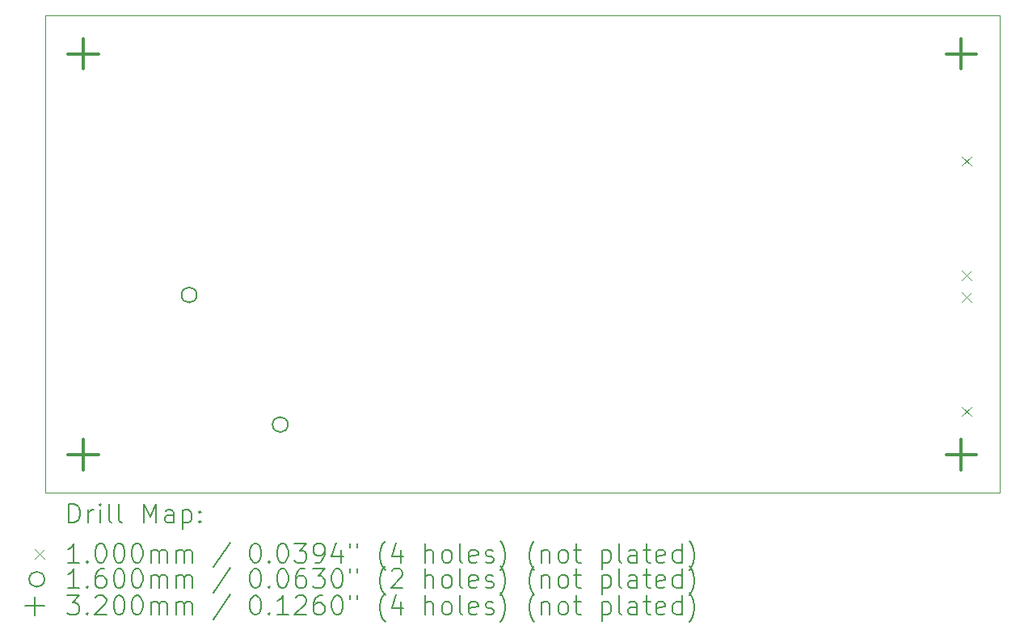
<source format=gbr>
%FSLAX45Y45*%
G04 Gerber Fmt 4.5, Leading zero omitted, Abs format (unit mm)*
G04 Created by KiCad (PCBNEW (6.0.1)) date 2022-05-31 14:36:37*
%MOMM*%
%LPD*%
G01*
G04 APERTURE LIST*
%TA.AperFunction,Profile*%
%ADD10C,0.100000*%
%TD*%
%ADD11C,0.200000*%
%ADD12C,0.100000*%
%ADD13C,0.160000*%
%ADD14C,0.320000*%
G04 APERTURE END LIST*
D10*
X20250000Y-15000000D02*
X10250000Y-15000000D01*
X10250000Y-15000000D02*
X10250000Y-10000000D01*
X10250000Y-10000000D02*
X20250000Y-10000000D01*
X20250000Y-10000000D02*
X20250000Y-15000000D01*
D11*
D12*
X19852500Y-11475000D02*
X19952500Y-11575000D01*
X19952500Y-11475000D02*
X19852500Y-11575000D01*
X19852500Y-12675000D02*
X19952500Y-12775000D01*
X19952500Y-12675000D02*
X19852500Y-12775000D01*
X19852500Y-12900000D02*
X19952500Y-13000000D01*
X19952500Y-12900000D02*
X19852500Y-13000000D01*
X19852500Y-14100000D02*
X19952500Y-14200000D01*
X19952500Y-14100000D02*
X19852500Y-14200000D01*
D13*
X11841000Y-12928600D02*
G75*
G03*
X11841000Y-12928600I-80000J0D01*
G01*
X12794900Y-14287500D02*
G75*
G03*
X12794900Y-14287500I-80000J0D01*
G01*
D14*
X10650000Y-10240000D02*
X10650000Y-10560000D01*
X10490000Y-10400000D02*
X10810000Y-10400000D01*
X10650000Y-14440000D02*
X10650000Y-14760000D01*
X10490000Y-14600000D02*
X10810000Y-14600000D01*
X19850000Y-10240000D02*
X19850000Y-10560000D01*
X19690000Y-10400000D02*
X20010000Y-10400000D01*
X19850000Y-14440000D02*
X19850000Y-14760000D01*
X19690000Y-14600000D02*
X20010000Y-14600000D01*
D11*
X10502619Y-15315476D02*
X10502619Y-15115476D01*
X10550238Y-15115476D01*
X10578810Y-15125000D01*
X10597857Y-15144048D01*
X10607381Y-15163095D01*
X10616905Y-15201190D01*
X10616905Y-15229762D01*
X10607381Y-15267857D01*
X10597857Y-15286905D01*
X10578810Y-15305952D01*
X10550238Y-15315476D01*
X10502619Y-15315476D01*
X10702619Y-15315476D02*
X10702619Y-15182143D01*
X10702619Y-15220238D02*
X10712143Y-15201190D01*
X10721667Y-15191667D01*
X10740714Y-15182143D01*
X10759762Y-15182143D01*
X10826429Y-15315476D02*
X10826429Y-15182143D01*
X10826429Y-15115476D02*
X10816905Y-15125000D01*
X10826429Y-15134524D01*
X10835952Y-15125000D01*
X10826429Y-15115476D01*
X10826429Y-15134524D01*
X10950238Y-15315476D02*
X10931190Y-15305952D01*
X10921667Y-15286905D01*
X10921667Y-15115476D01*
X11055000Y-15315476D02*
X11035952Y-15305952D01*
X11026429Y-15286905D01*
X11026429Y-15115476D01*
X11283571Y-15315476D02*
X11283571Y-15115476D01*
X11350238Y-15258333D01*
X11416905Y-15115476D01*
X11416905Y-15315476D01*
X11597857Y-15315476D02*
X11597857Y-15210714D01*
X11588333Y-15191667D01*
X11569286Y-15182143D01*
X11531190Y-15182143D01*
X11512143Y-15191667D01*
X11597857Y-15305952D02*
X11578809Y-15315476D01*
X11531190Y-15315476D01*
X11512143Y-15305952D01*
X11502619Y-15286905D01*
X11502619Y-15267857D01*
X11512143Y-15248809D01*
X11531190Y-15239286D01*
X11578809Y-15239286D01*
X11597857Y-15229762D01*
X11693095Y-15182143D02*
X11693095Y-15382143D01*
X11693095Y-15191667D02*
X11712143Y-15182143D01*
X11750238Y-15182143D01*
X11769286Y-15191667D01*
X11778809Y-15201190D01*
X11788333Y-15220238D01*
X11788333Y-15277381D01*
X11778809Y-15296428D01*
X11769286Y-15305952D01*
X11750238Y-15315476D01*
X11712143Y-15315476D01*
X11693095Y-15305952D01*
X11874048Y-15296428D02*
X11883571Y-15305952D01*
X11874048Y-15315476D01*
X11864524Y-15305952D01*
X11874048Y-15296428D01*
X11874048Y-15315476D01*
X11874048Y-15191667D02*
X11883571Y-15201190D01*
X11874048Y-15210714D01*
X11864524Y-15201190D01*
X11874048Y-15191667D01*
X11874048Y-15210714D01*
D12*
X10145000Y-15595000D02*
X10245000Y-15695000D01*
X10245000Y-15595000D02*
X10145000Y-15695000D01*
D11*
X10607381Y-15735476D02*
X10493095Y-15735476D01*
X10550238Y-15735476D02*
X10550238Y-15535476D01*
X10531190Y-15564048D01*
X10512143Y-15583095D01*
X10493095Y-15592619D01*
X10693095Y-15716428D02*
X10702619Y-15725952D01*
X10693095Y-15735476D01*
X10683571Y-15725952D01*
X10693095Y-15716428D01*
X10693095Y-15735476D01*
X10826429Y-15535476D02*
X10845476Y-15535476D01*
X10864524Y-15545000D01*
X10874048Y-15554524D01*
X10883571Y-15573571D01*
X10893095Y-15611667D01*
X10893095Y-15659286D01*
X10883571Y-15697381D01*
X10874048Y-15716428D01*
X10864524Y-15725952D01*
X10845476Y-15735476D01*
X10826429Y-15735476D01*
X10807381Y-15725952D01*
X10797857Y-15716428D01*
X10788333Y-15697381D01*
X10778810Y-15659286D01*
X10778810Y-15611667D01*
X10788333Y-15573571D01*
X10797857Y-15554524D01*
X10807381Y-15545000D01*
X10826429Y-15535476D01*
X11016905Y-15535476D02*
X11035952Y-15535476D01*
X11055000Y-15545000D01*
X11064524Y-15554524D01*
X11074048Y-15573571D01*
X11083571Y-15611667D01*
X11083571Y-15659286D01*
X11074048Y-15697381D01*
X11064524Y-15716428D01*
X11055000Y-15725952D01*
X11035952Y-15735476D01*
X11016905Y-15735476D01*
X10997857Y-15725952D01*
X10988333Y-15716428D01*
X10978810Y-15697381D01*
X10969286Y-15659286D01*
X10969286Y-15611667D01*
X10978810Y-15573571D01*
X10988333Y-15554524D01*
X10997857Y-15545000D01*
X11016905Y-15535476D01*
X11207381Y-15535476D02*
X11226428Y-15535476D01*
X11245476Y-15545000D01*
X11255000Y-15554524D01*
X11264524Y-15573571D01*
X11274048Y-15611667D01*
X11274048Y-15659286D01*
X11264524Y-15697381D01*
X11255000Y-15716428D01*
X11245476Y-15725952D01*
X11226428Y-15735476D01*
X11207381Y-15735476D01*
X11188333Y-15725952D01*
X11178810Y-15716428D01*
X11169286Y-15697381D01*
X11159762Y-15659286D01*
X11159762Y-15611667D01*
X11169286Y-15573571D01*
X11178810Y-15554524D01*
X11188333Y-15545000D01*
X11207381Y-15535476D01*
X11359762Y-15735476D02*
X11359762Y-15602143D01*
X11359762Y-15621190D02*
X11369286Y-15611667D01*
X11388333Y-15602143D01*
X11416905Y-15602143D01*
X11435952Y-15611667D01*
X11445476Y-15630714D01*
X11445476Y-15735476D01*
X11445476Y-15630714D02*
X11455000Y-15611667D01*
X11474048Y-15602143D01*
X11502619Y-15602143D01*
X11521667Y-15611667D01*
X11531190Y-15630714D01*
X11531190Y-15735476D01*
X11626428Y-15735476D02*
X11626428Y-15602143D01*
X11626428Y-15621190D02*
X11635952Y-15611667D01*
X11655000Y-15602143D01*
X11683571Y-15602143D01*
X11702619Y-15611667D01*
X11712143Y-15630714D01*
X11712143Y-15735476D01*
X11712143Y-15630714D02*
X11721667Y-15611667D01*
X11740714Y-15602143D01*
X11769286Y-15602143D01*
X11788333Y-15611667D01*
X11797857Y-15630714D01*
X11797857Y-15735476D01*
X12188333Y-15525952D02*
X12016905Y-15783095D01*
X12445476Y-15535476D02*
X12464524Y-15535476D01*
X12483571Y-15545000D01*
X12493095Y-15554524D01*
X12502619Y-15573571D01*
X12512143Y-15611667D01*
X12512143Y-15659286D01*
X12502619Y-15697381D01*
X12493095Y-15716428D01*
X12483571Y-15725952D01*
X12464524Y-15735476D01*
X12445476Y-15735476D01*
X12426428Y-15725952D01*
X12416905Y-15716428D01*
X12407381Y-15697381D01*
X12397857Y-15659286D01*
X12397857Y-15611667D01*
X12407381Y-15573571D01*
X12416905Y-15554524D01*
X12426428Y-15545000D01*
X12445476Y-15535476D01*
X12597857Y-15716428D02*
X12607381Y-15725952D01*
X12597857Y-15735476D01*
X12588333Y-15725952D01*
X12597857Y-15716428D01*
X12597857Y-15735476D01*
X12731190Y-15535476D02*
X12750238Y-15535476D01*
X12769286Y-15545000D01*
X12778809Y-15554524D01*
X12788333Y-15573571D01*
X12797857Y-15611667D01*
X12797857Y-15659286D01*
X12788333Y-15697381D01*
X12778809Y-15716428D01*
X12769286Y-15725952D01*
X12750238Y-15735476D01*
X12731190Y-15735476D01*
X12712143Y-15725952D01*
X12702619Y-15716428D01*
X12693095Y-15697381D01*
X12683571Y-15659286D01*
X12683571Y-15611667D01*
X12693095Y-15573571D01*
X12702619Y-15554524D01*
X12712143Y-15545000D01*
X12731190Y-15535476D01*
X12864524Y-15535476D02*
X12988333Y-15535476D01*
X12921667Y-15611667D01*
X12950238Y-15611667D01*
X12969286Y-15621190D01*
X12978809Y-15630714D01*
X12988333Y-15649762D01*
X12988333Y-15697381D01*
X12978809Y-15716428D01*
X12969286Y-15725952D01*
X12950238Y-15735476D01*
X12893095Y-15735476D01*
X12874048Y-15725952D01*
X12864524Y-15716428D01*
X13083571Y-15735476D02*
X13121667Y-15735476D01*
X13140714Y-15725952D01*
X13150238Y-15716428D01*
X13169286Y-15687857D01*
X13178809Y-15649762D01*
X13178809Y-15573571D01*
X13169286Y-15554524D01*
X13159762Y-15545000D01*
X13140714Y-15535476D01*
X13102619Y-15535476D01*
X13083571Y-15545000D01*
X13074048Y-15554524D01*
X13064524Y-15573571D01*
X13064524Y-15621190D01*
X13074048Y-15640238D01*
X13083571Y-15649762D01*
X13102619Y-15659286D01*
X13140714Y-15659286D01*
X13159762Y-15649762D01*
X13169286Y-15640238D01*
X13178809Y-15621190D01*
X13350238Y-15602143D02*
X13350238Y-15735476D01*
X13302619Y-15525952D02*
X13255000Y-15668809D01*
X13378809Y-15668809D01*
X13445476Y-15535476D02*
X13445476Y-15573571D01*
X13521667Y-15535476D02*
X13521667Y-15573571D01*
X13816905Y-15811667D02*
X13807381Y-15802143D01*
X13788333Y-15773571D01*
X13778809Y-15754524D01*
X13769286Y-15725952D01*
X13759762Y-15678333D01*
X13759762Y-15640238D01*
X13769286Y-15592619D01*
X13778809Y-15564048D01*
X13788333Y-15545000D01*
X13807381Y-15516428D01*
X13816905Y-15506905D01*
X13978809Y-15602143D02*
X13978809Y-15735476D01*
X13931190Y-15525952D02*
X13883571Y-15668809D01*
X14007381Y-15668809D01*
X14235952Y-15735476D02*
X14235952Y-15535476D01*
X14321667Y-15735476D02*
X14321667Y-15630714D01*
X14312143Y-15611667D01*
X14293095Y-15602143D01*
X14264524Y-15602143D01*
X14245476Y-15611667D01*
X14235952Y-15621190D01*
X14445476Y-15735476D02*
X14426428Y-15725952D01*
X14416905Y-15716428D01*
X14407381Y-15697381D01*
X14407381Y-15640238D01*
X14416905Y-15621190D01*
X14426428Y-15611667D01*
X14445476Y-15602143D01*
X14474048Y-15602143D01*
X14493095Y-15611667D01*
X14502619Y-15621190D01*
X14512143Y-15640238D01*
X14512143Y-15697381D01*
X14502619Y-15716428D01*
X14493095Y-15725952D01*
X14474048Y-15735476D01*
X14445476Y-15735476D01*
X14626428Y-15735476D02*
X14607381Y-15725952D01*
X14597857Y-15706905D01*
X14597857Y-15535476D01*
X14778809Y-15725952D02*
X14759762Y-15735476D01*
X14721667Y-15735476D01*
X14702619Y-15725952D01*
X14693095Y-15706905D01*
X14693095Y-15630714D01*
X14702619Y-15611667D01*
X14721667Y-15602143D01*
X14759762Y-15602143D01*
X14778809Y-15611667D01*
X14788333Y-15630714D01*
X14788333Y-15649762D01*
X14693095Y-15668809D01*
X14864524Y-15725952D02*
X14883571Y-15735476D01*
X14921667Y-15735476D01*
X14940714Y-15725952D01*
X14950238Y-15706905D01*
X14950238Y-15697381D01*
X14940714Y-15678333D01*
X14921667Y-15668809D01*
X14893095Y-15668809D01*
X14874048Y-15659286D01*
X14864524Y-15640238D01*
X14864524Y-15630714D01*
X14874048Y-15611667D01*
X14893095Y-15602143D01*
X14921667Y-15602143D01*
X14940714Y-15611667D01*
X15016905Y-15811667D02*
X15026428Y-15802143D01*
X15045476Y-15773571D01*
X15055000Y-15754524D01*
X15064524Y-15725952D01*
X15074048Y-15678333D01*
X15074048Y-15640238D01*
X15064524Y-15592619D01*
X15055000Y-15564048D01*
X15045476Y-15545000D01*
X15026428Y-15516428D01*
X15016905Y-15506905D01*
X15378809Y-15811667D02*
X15369286Y-15802143D01*
X15350238Y-15773571D01*
X15340714Y-15754524D01*
X15331190Y-15725952D01*
X15321667Y-15678333D01*
X15321667Y-15640238D01*
X15331190Y-15592619D01*
X15340714Y-15564048D01*
X15350238Y-15545000D01*
X15369286Y-15516428D01*
X15378809Y-15506905D01*
X15455000Y-15602143D02*
X15455000Y-15735476D01*
X15455000Y-15621190D02*
X15464524Y-15611667D01*
X15483571Y-15602143D01*
X15512143Y-15602143D01*
X15531190Y-15611667D01*
X15540714Y-15630714D01*
X15540714Y-15735476D01*
X15664524Y-15735476D02*
X15645476Y-15725952D01*
X15635952Y-15716428D01*
X15626428Y-15697381D01*
X15626428Y-15640238D01*
X15635952Y-15621190D01*
X15645476Y-15611667D01*
X15664524Y-15602143D01*
X15693095Y-15602143D01*
X15712143Y-15611667D01*
X15721667Y-15621190D01*
X15731190Y-15640238D01*
X15731190Y-15697381D01*
X15721667Y-15716428D01*
X15712143Y-15725952D01*
X15693095Y-15735476D01*
X15664524Y-15735476D01*
X15788333Y-15602143D02*
X15864524Y-15602143D01*
X15816905Y-15535476D02*
X15816905Y-15706905D01*
X15826428Y-15725952D01*
X15845476Y-15735476D01*
X15864524Y-15735476D01*
X16083571Y-15602143D02*
X16083571Y-15802143D01*
X16083571Y-15611667D02*
X16102619Y-15602143D01*
X16140714Y-15602143D01*
X16159762Y-15611667D01*
X16169286Y-15621190D01*
X16178809Y-15640238D01*
X16178809Y-15697381D01*
X16169286Y-15716428D01*
X16159762Y-15725952D01*
X16140714Y-15735476D01*
X16102619Y-15735476D01*
X16083571Y-15725952D01*
X16293095Y-15735476D02*
X16274048Y-15725952D01*
X16264524Y-15706905D01*
X16264524Y-15535476D01*
X16455000Y-15735476D02*
X16455000Y-15630714D01*
X16445476Y-15611667D01*
X16426428Y-15602143D01*
X16388333Y-15602143D01*
X16369286Y-15611667D01*
X16455000Y-15725952D02*
X16435952Y-15735476D01*
X16388333Y-15735476D01*
X16369286Y-15725952D01*
X16359762Y-15706905D01*
X16359762Y-15687857D01*
X16369286Y-15668809D01*
X16388333Y-15659286D01*
X16435952Y-15659286D01*
X16455000Y-15649762D01*
X16521667Y-15602143D02*
X16597857Y-15602143D01*
X16550238Y-15535476D02*
X16550238Y-15706905D01*
X16559762Y-15725952D01*
X16578809Y-15735476D01*
X16597857Y-15735476D01*
X16740714Y-15725952D02*
X16721667Y-15735476D01*
X16683571Y-15735476D01*
X16664524Y-15725952D01*
X16655000Y-15706905D01*
X16655000Y-15630714D01*
X16664524Y-15611667D01*
X16683571Y-15602143D01*
X16721667Y-15602143D01*
X16740714Y-15611667D01*
X16750238Y-15630714D01*
X16750238Y-15649762D01*
X16655000Y-15668809D01*
X16921667Y-15735476D02*
X16921667Y-15535476D01*
X16921667Y-15725952D02*
X16902619Y-15735476D01*
X16864524Y-15735476D01*
X16845476Y-15725952D01*
X16835952Y-15716428D01*
X16826429Y-15697381D01*
X16826429Y-15640238D01*
X16835952Y-15621190D01*
X16845476Y-15611667D01*
X16864524Y-15602143D01*
X16902619Y-15602143D01*
X16921667Y-15611667D01*
X16997857Y-15811667D02*
X17007381Y-15802143D01*
X17026429Y-15773571D01*
X17035952Y-15754524D01*
X17045476Y-15725952D01*
X17055000Y-15678333D01*
X17055000Y-15640238D01*
X17045476Y-15592619D01*
X17035952Y-15564048D01*
X17026429Y-15545000D01*
X17007381Y-15516428D01*
X16997857Y-15506905D01*
D13*
X10245000Y-15909000D02*
G75*
G03*
X10245000Y-15909000I-80000J0D01*
G01*
D11*
X10607381Y-15999476D02*
X10493095Y-15999476D01*
X10550238Y-15999476D02*
X10550238Y-15799476D01*
X10531190Y-15828048D01*
X10512143Y-15847095D01*
X10493095Y-15856619D01*
X10693095Y-15980428D02*
X10702619Y-15989952D01*
X10693095Y-15999476D01*
X10683571Y-15989952D01*
X10693095Y-15980428D01*
X10693095Y-15999476D01*
X10874048Y-15799476D02*
X10835952Y-15799476D01*
X10816905Y-15809000D01*
X10807381Y-15818524D01*
X10788333Y-15847095D01*
X10778810Y-15885190D01*
X10778810Y-15961381D01*
X10788333Y-15980428D01*
X10797857Y-15989952D01*
X10816905Y-15999476D01*
X10855000Y-15999476D01*
X10874048Y-15989952D01*
X10883571Y-15980428D01*
X10893095Y-15961381D01*
X10893095Y-15913762D01*
X10883571Y-15894714D01*
X10874048Y-15885190D01*
X10855000Y-15875667D01*
X10816905Y-15875667D01*
X10797857Y-15885190D01*
X10788333Y-15894714D01*
X10778810Y-15913762D01*
X11016905Y-15799476D02*
X11035952Y-15799476D01*
X11055000Y-15809000D01*
X11064524Y-15818524D01*
X11074048Y-15837571D01*
X11083571Y-15875667D01*
X11083571Y-15923286D01*
X11074048Y-15961381D01*
X11064524Y-15980428D01*
X11055000Y-15989952D01*
X11035952Y-15999476D01*
X11016905Y-15999476D01*
X10997857Y-15989952D01*
X10988333Y-15980428D01*
X10978810Y-15961381D01*
X10969286Y-15923286D01*
X10969286Y-15875667D01*
X10978810Y-15837571D01*
X10988333Y-15818524D01*
X10997857Y-15809000D01*
X11016905Y-15799476D01*
X11207381Y-15799476D02*
X11226428Y-15799476D01*
X11245476Y-15809000D01*
X11255000Y-15818524D01*
X11264524Y-15837571D01*
X11274048Y-15875667D01*
X11274048Y-15923286D01*
X11264524Y-15961381D01*
X11255000Y-15980428D01*
X11245476Y-15989952D01*
X11226428Y-15999476D01*
X11207381Y-15999476D01*
X11188333Y-15989952D01*
X11178810Y-15980428D01*
X11169286Y-15961381D01*
X11159762Y-15923286D01*
X11159762Y-15875667D01*
X11169286Y-15837571D01*
X11178810Y-15818524D01*
X11188333Y-15809000D01*
X11207381Y-15799476D01*
X11359762Y-15999476D02*
X11359762Y-15866143D01*
X11359762Y-15885190D02*
X11369286Y-15875667D01*
X11388333Y-15866143D01*
X11416905Y-15866143D01*
X11435952Y-15875667D01*
X11445476Y-15894714D01*
X11445476Y-15999476D01*
X11445476Y-15894714D02*
X11455000Y-15875667D01*
X11474048Y-15866143D01*
X11502619Y-15866143D01*
X11521667Y-15875667D01*
X11531190Y-15894714D01*
X11531190Y-15999476D01*
X11626428Y-15999476D02*
X11626428Y-15866143D01*
X11626428Y-15885190D02*
X11635952Y-15875667D01*
X11655000Y-15866143D01*
X11683571Y-15866143D01*
X11702619Y-15875667D01*
X11712143Y-15894714D01*
X11712143Y-15999476D01*
X11712143Y-15894714D02*
X11721667Y-15875667D01*
X11740714Y-15866143D01*
X11769286Y-15866143D01*
X11788333Y-15875667D01*
X11797857Y-15894714D01*
X11797857Y-15999476D01*
X12188333Y-15789952D02*
X12016905Y-16047095D01*
X12445476Y-15799476D02*
X12464524Y-15799476D01*
X12483571Y-15809000D01*
X12493095Y-15818524D01*
X12502619Y-15837571D01*
X12512143Y-15875667D01*
X12512143Y-15923286D01*
X12502619Y-15961381D01*
X12493095Y-15980428D01*
X12483571Y-15989952D01*
X12464524Y-15999476D01*
X12445476Y-15999476D01*
X12426428Y-15989952D01*
X12416905Y-15980428D01*
X12407381Y-15961381D01*
X12397857Y-15923286D01*
X12397857Y-15875667D01*
X12407381Y-15837571D01*
X12416905Y-15818524D01*
X12426428Y-15809000D01*
X12445476Y-15799476D01*
X12597857Y-15980428D02*
X12607381Y-15989952D01*
X12597857Y-15999476D01*
X12588333Y-15989952D01*
X12597857Y-15980428D01*
X12597857Y-15999476D01*
X12731190Y-15799476D02*
X12750238Y-15799476D01*
X12769286Y-15809000D01*
X12778809Y-15818524D01*
X12788333Y-15837571D01*
X12797857Y-15875667D01*
X12797857Y-15923286D01*
X12788333Y-15961381D01*
X12778809Y-15980428D01*
X12769286Y-15989952D01*
X12750238Y-15999476D01*
X12731190Y-15999476D01*
X12712143Y-15989952D01*
X12702619Y-15980428D01*
X12693095Y-15961381D01*
X12683571Y-15923286D01*
X12683571Y-15875667D01*
X12693095Y-15837571D01*
X12702619Y-15818524D01*
X12712143Y-15809000D01*
X12731190Y-15799476D01*
X12969286Y-15799476D02*
X12931190Y-15799476D01*
X12912143Y-15809000D01*
X12902619Y-15818524D01*
X12883571Y-15847095D01*
X12874048Y-15885190D01*
X12874048Y-15961381D01*
X12883571Y-15980428D01*
X12893095Y-15989952D01*
X12912143Y-15999476D01*
X12950238Y-15999476D01*
X12969286Y-15989952D01*
X12978809Y-15980428D01*
X12988333Y-15961381D01*
X12988333Y-15913762D01*
X12978809Y-15894714D01*
X12969286Y-15885190D01*
X12950238Y-15875667D01*
X12912143Y-15875667D01*
X12893095Y-15885190D01*
X12883571Y-15894714D01*
X12874048Y-15913762D01*
X13055000Y-15799476D02*
X13178809Y-15799476D01*
X13112143Y-15875667D01*
X13140714Y-15875667D01*
X13159762Y-15885190D01*
X13169286Y-15894714D01*
X13178809Y-15913762D01*
X13178809Y-15961381D01*
X13169286Y-15980428D01*
X13159762Y-15989952D01*
X13140714Y-15999476D01*
X13083571Y-15999476D01*
X13064524Y-15989952D01*
X13055000Y-15980428D01*
X13302619Y-15799476D02*
X13321667Y-15799476D01*
X13340714Y-15809000D01*
X13350238Y-15818524D01*
X13359762Y-15837571D01*
X13369286Y-15875667D01*
X13369286Y-15923286D01*
X13359762Y-15961381D01*
X13350238Y-15980428D01*
X13340714Y-15989952D01*
X13321667Y-15999476D01*
X13302619Y-15999476D01*
X13283571Y-15989952D01*
X13274048Y-15980428D01*
X13264524Y-15961381D01*
X13255000Y-15923286D01*
X13255000Y-15875667D01*
X13264524Y-15837571D01*
X13274048Y-15818524D01*
X13283571Y-15809000D01*
X13302619Y-15799476D01*
X13445476Y-15799476D02*
X13445476Y-15837571D01*
X13521667Y-15799476D02*
X13521667Y-15837571D01*
X13816905Y-16075667D02*
X13807381Y-16066143D01*
X13788333Y-16037571D01*
X13778809Y-16018524D01*
X13769286Y-15989952D01*
X13759762Y-15942333D01*
X13759762Y-15904238D01*
X13769286Y-15856619D01*
X13778809Y-15828048D01*
X13788333Y-15809000D01*
X13807381Y-15780428D01*
X13816905Y-15770905D01*
X13883571Y-15818524D02*
X13893095Y-15809000D01*
X13912143Y-15799476D01*
X13959762Y-15799476D01*
X13978809Y-15809000D01*
X13988333Y-15818524D01*
X13997857Y-15837571D01*
X13997857Y-15856619D01*
X13988333Y-15885190D01*
X13874048Y-15999476D01*
X13997857Y-15999476D01*
X14235952Y-15999476D02*
X14235952Y-15799476D01*
X14321667Y-15999476D02*
X14321667Y-15894714D01*
X14312143Y-15875667D01*
X14293095Y-15866143D01*
X14264524Y-15866143D01*
X14245476Y-15875667D01*
X14235952Y-15885190D01*
X14445476Y-15999476D02*
X14426428Y-15989952D01*
X14416905Y-15980428D01*
X14407381Y-15961381D01*
X14407381Y-15904238D01*
X14416905Y-15885190D01*
X14426428Y-15875667D01*
X14445476Y-15866143D01*
X14474048Y-15866143D01*
X14493095Y-15875667D01*
X14502619Y-15885190D01*
X14512143Y-15904238D01*
X14512143Y-15961381D01*
X14502619Y-15980428D01*
X14493095Y-15989952D01*
X14474048Y-15999476D01*
X14445476Y-15999476D01*
X14626428Y-15999476D02*
X14607381Y-15989952D01*
X14597857Y-15970905D01*
X14597857Y-15799476D01*
X14778809Y-15989952D02*
X14759762Y-15999476D01*
X14721667Y-15999476D01*
X14702619Y-15989952D01*
X14693095Y-15970905D01*
X14693095Y-15894714D01*
X14702619Y-15875667D01*
X14721667Y-15866143D01*
X14759762Y-15866143D01*
X14778809Y-15875667D01*
X14788333Y-15894714D01*
X14788333Y-15913762D01*
X14693095Y-15932809D01*
X14864524Y-15989952D02*
X14883571Y-15999476D01*
X14921667Y-15999476D01*
X14940714Y-15989952D01*
X14950238Y-15970905D01*
X14950238Y-15961381D01*
X14940714Y-15942333D01*
X14921667Y-15932809D01*
X14893095Y-15932809D01*
X14874048Y-15923286D01*
X14864524Y-15904238D01*
X14864524Y-15894714D01*
X14874048Y-15875667D01*
X14893095Y-15866143D01*
X14921667Y-15866143D01*
X14940714Y-15875667D01*
X15016905Y-16075667D02*
X15026428Y-16066143D01*
X15045476Y-16037571D01*
X15055000Y-16018524D01*
X15064524Y-15989952D01*
X15074048Y-15942333D01*
X15074048Y-15904238D01*
X15064524Y-15856619D01*
X15055000Y-15828048D01*
X15045476Y-15809000D01*
X15026428Y-15780428D01*
X15016905Y-15770905D01*
X15378809Y-16075667D02*
X15369286Y-16066143D01*
X15350238Y-16037571D01*
X15340714Y-16018524D01*
X15331190Y-15989952D01*
X15321667Y-15942333D01*
X15321667Y-15904238D01*
X15331190Y-15856619D01*
X15340714Y-15828048D01*
X15350238Y-15809000D01*
X15369286Y-15780428D01*
X15378809Y-15770905D01*
X15455000Y-15866143D02*
X15455000Y-15999476D01*
X15455000Y-15885190D02*
X15464524Y-15875667D01*
X15483571Y-15866143D01*
X15512143Y-15866143D01*
X15531190Y-15875667D01*
X15540714Y-15894714D01*
X15540714Y-15999476D01*
X15664524Y-15999476D02*
X15645476Y-15989952D01*
X15635952Y-15980428D01*
X15626428Y-15961381D01*
X15626428Y-15904238D01*
X15635952Y-15885190D01*
X15645476Y-15875667D01*
X15664524Y-15866143D01*
X15693095Y-15866143D01*
X15712143Y-15875667D01*
X15721667Y-15885190D01*
X15731190Y-15904238D01*
X15731190Y-15961381D01*
X15721667Y-15980428D01*
X15712143Y-15989952D01*
X15693095Y-15999476D01*
X15664524Y-15999476D01*
X15788333Y-15866143D02*
X15864524Y-15866143D01*
X15816905Y-15799476D02*
X15816905Y-15970905D01*
X15826428Y-15989952D01*
X15845476Y-15999476D01*
X15864524Y-15999476D01*
X16083571Y-15866143D02*
X16083571Y-16066143D01*
X16083571Y-15875667D02*
X16102619Y-15866143D01*
X16140714Y-15866143D01*
X16159762Y-15875667D01*
X16169286Y-15885190D01*
X16178809Y-15904238D01*
X16178809Y-15961381D01*
X16169286Y-15980428D01*
X16159762Y-15989952D01*
X16140714Y-15999476D01*
X16102619Y-15999476D01*
X16083571Y-15989952D01*
X16293095Y-15999476D02*
X16274048Y-15989952D01*
X16264524Y-15970905D01*
X16264524Y-15799476D01*
X16455000Y-15999476D02*
X16455000Y-15894714D01*
X16445476Y-15875667D01*
X16426428Y-15866143D01*
X16388333Y-15866143D01*
X16369286Y-15875667D01*
X16455000Y-15989952D02*
X16435952Y-15999476D01*
X16388333Y-15999476D01*
X16369286Y-15989952D01*
X16359762Y-15970905D01*
X16359762Y-15951857D01*
X16369286Y-15932809D01*
X16388333Y-15923286D01*
X16435952Y-15923286D01*
X16455000Y-15913762D01*
X16521667Y-15866143D02*
X16597857Y-15866143D01*
X16550238Y-15799476D02*
X16550238Y-15970905D01*
X16559762Y-15989952D01*
X16578809Y-15999476D01*
X16597857Y-15999476D01*
X16740714Y-15989952D02*
X16721667Y-15999476D01*
X16683571Y-15999476D01*
X16664524Y-15989952D01*
X16655000Y-15970905D01*
X16655000Y-15894714D01*
X16664524Y-15875667D01*
X16683571Y-15866143D01*
X16721667Y-15866143D01*
X16740714Y-15875667D01*
X16750238Y-15894714D01*
X16750238Y-15913762D01*
X16655000Y-15932809D01*
X16921667Y-15999476D02*
X16921667Y-15799476D01*
X16921667Y-15989952D02*
X16902619Y-15999476D01*
X16864524Y-15999476D01*
X16845476Y-15989952D01*
X16835952Y-15980428D01*
X16826429Y-15961381D01*
X16826429Y-15904238D01*
X16835952Y-15885190D01*
X16845476Y-15875667D01*
X16864524Y-15866143D01*
X16902619Y-15866143D01*
X16921667Y-15875667D01*
X16997857Y-16075667D02*
X17007381Y-16066143D01*
X17026429Y-16037571D01*
X17035952Y-16018524D01*
X17045476Y-15989952D01*
X17055000Y-15942333D01*
X17055000Y-15904238D01*
X17045476Y-15856619D01*
X17035952Y-15828048D01*
X17026429Y-15809000D01*
X17007381Y-15780428D01*
X16997857Y-15770905D01*
X10145000Y-16089000D02*
X10145000Y-16289000D01*
X10045000Y-16189000D02*
X10245000Y-16189000D01*
X10483571Y-16079476D02*
X10607381Y-16079476D01*
X10540714Y-16155667D01*
X10569286Y-16155667D01*
X10588333Y-16165190D01*
X10597857Y-16174714D01*
X10607381Y-16193762D01*
X10607381Y-16241381D01*
X10597857Y-16260428D01*
X10588333Y-16269952D01*
X10569286Y-16279476D01*
X10512143Y-16279476D01*
X10493095Y-16269952D01*
X10483571Y-16260428D01*
X10693095Y-16260428D02*
X10702619Y-16269952D01*
X10693095Y-16279476D01*
X10683571Y-16269952D01*
X10693095Y-16260428D01*
X10693095Y-16279476D01*
X10778810Y-16098524D02*
X10788333Y-16089000D01*
X10807381Y-16079476D01*
X10855000Y-16079476D01*
X10874048Y-16089000D01*
X10883571Y-16098524D01*
X10893095Y-16117571D01*
X10893095Y-16136619D01*
X10883571Y-16165190D01*
X10769286Y-16279476D01*
X10893095Y-16279476D01*
X11016905Y-16079476D02*
X11035952Y-16079476D01*
X11055000Y-16089000D01*
X11064524Y-16098524D01*
X11074048Y-16117571D01*
X11083571Y-16155667D01*
X11083571Y-16203286D01*
X11074048Y-16241381D01*
X11064524Y-16260428D01*
X11055000Y-16269952D01*
X11035952Y-16279476D01*
X11016905Y-16279476D01*
X10997857Y-16269952D01*
X10988333Y-16260428D01*
X10978810Y-16241381D01*
X10969286Y-16203286D01*
X10969286Y-16155667D01*
X10978810Y-16117571D01*
X10988333Y-16098524D01*
X10997857Y-16089000D01*
X11016905Y-16079476D01*
X11207381Y-16079476D02*
X11226428Y-16079476D01*
X11245476Y-16089000D01*
X11255000Y-16098524D01*
X11264524Y-16117571D01*
X11274048Y-16155667D01*
X11274048Y-16203286D01*
X11264524Y-16241381D01*
X11255000Y-16260428D01*
X11245476Y-16269952D01*
X11226428Y-16279476D01*
X11207381Y-16279476D01*
X11188333Y-16269952D01*
X11178810Y-16260428D01*
X11169286Y-16241381D01*
X11159762Y-16203286D01*
X11159762Y-16155667D01*
X11169286Y-16117571D01*
X11178810Y-16098524D01*
X11188333Y-16089000D01*
X11207381Y-16079476D01*
X11359762Y-16279476D02*
X11359762Y-16146143D01*
X11359762Y-16165190D02*
X11369286Y-16155667D01*
X11388333Y-16146143D01*
X11416905Y-16146143D01*
X11435952Y-16155667D01*
X11445476Y-16174714D01*
X11445476Y-16279476D01*
X11445476Y-16174714D02*
X11455000Y-16155667D01*
X11474048Y-16146143D01*
X11502619Y-16146143D01*
X11521667Y-16155667D01*
X11531190Y-16174714D01*
X11531190Y-16279476D01*
X11626428Y-16279476D02*
X11626428Y-16146143D01*
X11626428Y-16165190D02*
X11635952Y-16155667D01*
X11655000Y-16146143D01*
X11683571Y-16146143D01*
X11702619Y-16155667D01*
X11712143Y-16174714D01*
X11712143Y-16279476D01*
X11712143Y-16174714D02*
X11721667Y-16155667D01*
X11740714Y-16146143D01*
X11769286Y-16146143D01*
X11788333Y-16155667D01*
X11797857Y-16174714D01*
X11797857Y-16279476D01*
X12188333Y-16069952D02*
X12016905Y-16327095D01*
X12445476Y-16079476D02*
X12464524Y-16079476D01*
X12483571Y-16089000D01*
X12493095Y-16098524D01*
X12502619Y-16117571D01*
X12512143Y-16155667D01*
X12512143Y-16203286D01*
X12502619Y-16241381D01*
X12493095Y-16260428D01*
X12483571Y-16269952D01*
X12464524Y-16279476D01*
X12445476Y-16279476D01*
X12426428Y-16269952D01*
X12416905Y-16260428D01*
X12407381Y-16241381D01*
X12397857Y-16203286D01*
X12397857Y-16155667D01*
X12407381Y-16117571D01*
X12416905Y-16098524D01*
X12426428Y-16089000D01*
X12445476Y-16079476D01*
X12597857Y-16260428D02*
X12607381Y-16269952D01*
X12597857Y-16279476D01*
X12588333Y-16269952D01*
X12597857Y-16260428D01*
X12597857Y-16279476D01*
X12797857Y-16279476D02*
X12683571Y-16279476D01*
X12740714Y-16279476D02*
X12740714Y-16079476D01*
X12721667Y-16108048D01*
X12702619Y-16127095D01*
X12683571Y-16136619D01*
X12874048Y-16098524D02*
X12883571Y-16089000D01*
X12902619Y-16079476D01*
X12950238Y-16079476D01*
X12969286Y-16089000D01*
X12978809Y-16098524D01*
X12988333Y-16117571D01*
X12988333Y-16136619D01*
X12978809Y-16165190D01*
X12864524Y-16279476D01*
X12988333Y-16279476D01*
X13159762Y-16079476D02*
X13121667Y-16079476D01*
X13102619Y-16089000D01*
X13093095Y-16098524D01*
X13074048Y-16127095D01*
X13064524Y-16165190D01*
X13064524Y-16241381D01*
X13074048Y-16260428D01*
X13083571Y-16269952D01*
X13102619Y-16279476D01*
X13140714Y-16279476D01*
X13159762Y-16269952D01*
X13169286Y-16260428D01*
X13178809Y-16241381D01*
X13178809Y-16193762D01*
X13169286Y-16174714D01*
X13159762Y-16165190D01*
X13140714Y-16155667D01*
X13102619Y-16155667D01*
X13083571Y-16165190D01*
X13074048Y-16174714D01*
X13064524Y-16193762D01*
X13302619Y-16079476D02*
X13321667Y-16079476D01*
X13340714Y-16089000D01*
X13350238Y-16098524D01*
X13359762Y-16117571D01*
X13369286Y-16155667D01*
X13369286Y-16203286D01*
X13359762Y-16241381D01*
X13350238Y-16260428D01*
X13340714Y-16269952D01*
X13321667Y-16279476D01*
X13302619Y-16279476D01*
X13283571Y-16269952D01*
X13274048Y-16260428D01*
X13264524Y-16241381D01*
X13255000Y-16203286D01*
X13255000Y-16155667D01*
X13264524Y-16117571D01*
X13274048Y-16098524D01*
X13283571Y-16089000D01*
X13302619Y-16079476D01*
X13445476Y-16079476D02*
X13445476Y-16117571D01*
X13521667Y-16079476D02*
X13521667Y-16117571D01*
X13816905Y-16355667D02*
X13807381Y-16346143D01*
X13788333Y-16317571D01*
X13778809Y-16298524D01*
X13769286Y-16269952D01*
X13759762Y-16222333D01*
X13759762Y-16184238D01*
X13769286Y-16136619D01*
X13778809Y-16108048D01*
X13788333Y-16089000D01*
X13807381Y-16060428D01*
X13816905Y-16050905D01*
X13978809Y-16146143D02*
X13978809Y-16279476D01*
X13931190Y-16069952D02*
X13883571Y-16212809D01*
X14007381Y-16212809D01*
X14235952Y-16279476D02*
X14235952Y-16079476D01*
X14321667Y-16279476D02*
X14321667Y-16174714D01*
X14312143Y-16155667D01*
X14293095Y-16146143D01*
X14264524Y-16146143D01*
X14245476Y-16155667D01*
X14235952Y-16165190D01*
X14445476Y-16279476D02*
X14426428Y-16269952D01*
X14416905Y-16260428D01*
X14407381Y-16241381D01*
X14407381Y-16184238D01*
X14416905Y-16165190D01*
X14426428Y-16155667D01*
X14445476Y-16146143D01*
X14474048Y-16146143D01*
X14493095Y-16155667D01*
X14502619Y-16165190D01*
X14512143Y-16184238D01*
X14512143Y-16241381D01*
X14502619Y-16260428D01*
X14493095Y-16269952D01*
X14474048Y-16279476D01*
X14445476Y-16279476D01*
X14626428Y-16279476D02*
X14607381Y-16269952D01*
X14597857Y-16250905D01*
X14597857Y-16079476D01*
X14778809Y-16269952D02*
X14759762Y-16279476D01*
X14721667Y-16279476D01*
X14702619Y-16269952D01*
X14693095Y-16250905D01*
X14693095Y-16174714D01*
X14702619Y-16155667D01*
X14721667Y-16146143D01*
X14759762Y-16146143D01*
X14778809Y-16155667D01*
X14788333Y-16174714D01*
X14788333Y-16193762D01*
X14693095Y-16212809D01*
X14864524Y-16269952D02*
X14883571Y-16279476D01*
X14921667Y-16279476D01*
X14940714Y-16269952D01*
X14950238Y-16250905D01*
X14950238Y-16241381D01*
X14940714Y-16222333D01*
X14921667Y-16212809D01*
X14893095Y-16212809D01*
X14874048Y-16203286D01*
X14864524Y-16184238D01*
X14864524Y-16174714D01*
X14874048Y-16155667D01*
X14893095Y-16146143D01*
X14921667Y-16146143D01*
X14940714Y-16155667D01*
X15016905Y-16355667D02*
X15026428Y-16346143D01*
X15045476Y-16317571D01*
X15055000Y-16298524D01*
X15064524Y-16269952D01*
X15074048Y-16222333D01*
X15074048Y-16184238D01*
X15064524Y-16136619D01*
X15055000Y-16108048D01*
X15045476Y-16089000D01*
X15026428Y-16060428D01*
X15016905Y-16050905D01*
X15378809Y-16355667D02*
X15369286Y-16346143D01*
X15350238Y-16317571D01*
X15340714Y-16298524D01*
X15331190Y-16269952D01*
X15321667Y-16222333D01*
X15321667Y-16184238D01*
X15331190Y-16136619D01*
X15340714Y-16108048D01*
X15350238Y-16089000D01*
X15369286Y-16060428D01*
X15378809Y-16050905D01*
X15455000Y-16146143D02*
X15455000Y-16279476D01*
X15455000Y-16165190D02*
X15464524Y-16155667D01*
X15483571Y-16146143D01*
X15512143Y-16146143D01*
X15531190Y-16155667D01*
X15540714Y-16174714D01*
X15540714Y-16279476D01*
X15664524Y-16279476D02*
X15645476Y-16269952D01*
X15635952Y-16260428D01*
X15626428Y-16241381D01*
X15626428Y-16184238D01*
X15635952Y-16165190D01*
X15645476Y-16155667D01*
X15664524Y-16146143D01*
X15693095Y-16146143D01*
X15712143Y-16155667D01*
X15721667Y-16165190D01*
X15731190Y-16184238D01*
X15731190Y-16241381D01*
X15721667Y-16260428D01*
X15712143Y-16269952D01*
X15693095Y-16279476D01*
X15664524Y-16279476D01*
X15788333Y-16146143D02*
X15864524Y-16146143D01*
X15816905Y-16079476D02*
X15816905Y-16250905D01*
X15826428Y-16269952D01*
X15845476Y-16279476D01*
X15864524Y-16279476D01*
X16083571Y-16146143D02*
X16083571Y-16346143D01*
X16083571Y-16155667D02*
X16102619Y-16146143D01*
X16140714Y-16146143D01*
X16159762Y-16155667D01*
X16169286Y-16165190D01*
X16178809Y-16184238D01*
X16178809Y-16241381D01*
X16169286Y-16260428D01*
X16159762Y-16269952D01*
X16140714Y-16279476D01*
X16102619Y-16279476D01*
X16083571Y-16269952D01*
X16293095Y-16279476D02*
X16274048Y-16269952D01*
X16264524Y-16250905D01*
X16264524Y-16079476D01*
X16455000Y-16279476D02*
X16455000Y-16174714D01*
X16445476Y-16155667D01*
X16426428Y-16146143D01*
X16388333Y-16146143D01*
X16369286Y-16155667D01*
X16455000Y-16269952D02*
X16435952Y-16279476D01*
X16388333Y-16279476D01*
X16369286Y-16269952D01*
X16359762Y-16250905D01*
X16359762Y-16231857D01*
X16369286Y-16212809D01*
X16388333Y-16203286D01*
X16435952Y-16203286D01*
X16455000Y-16193762D01*
X16521667Y-16146143D02*
X16597857Y-16146143D01*
X16550238Y-16079476D02*
X16550238Y-16250905D01*
X16559762Y-16269952D01*
X16578809Y-16279476D01*
X16597857Y-16279476D01*
X16740714Y-16269952D02*
X16721667Y-16279476D01*
X16683571Y-16279476D01*
X16664524Y-16269952D01*
X16655000Y-16250905D01*
X16655000Y-16174714D01*
X16664524Y-16155667D01*
X16683571Y-16146143D01*
X16721667Y-16146143D01*
X16740714Y-16155667D01*
X16750238Y-16174714D01*
X16750238Y-16193762D01*
X16655000Y-16212809D01*
X16921667Y-16279476D02*
X16921667Y-16079476D01*
X16921667Y-16269952D02*
X16902619Y-16279476D01*
X16864524Y-16279476D01*
X16845476Y-16269952D01*
X16835952Y-16260428D01*
X16826429Y-16241381D01*
X16826429Y-16184238D01*
X16835952Y-16165190D01*
X16845476Y-16155667D01*
X16864524Y-16146143D01*
X16902619Y-16146143D01*
X16921667Y-16155667D01*
X16997857Y-16355667D02*
X17007381Y-16346143D01*
X17026429Y-16317571D01*
X17035952Y-16298524D01*
X17045476Y-16269952D01*
X17055000Y-16222333D01*
X17055000Y-16184238D01*
X17045476Y-16136619D01*
X17035952Y-16108048D01*
X17026429Y-16089000D01*
X17007381Y-16060428D01*
X16997857Y-16050905D01*
M02*

</source>
